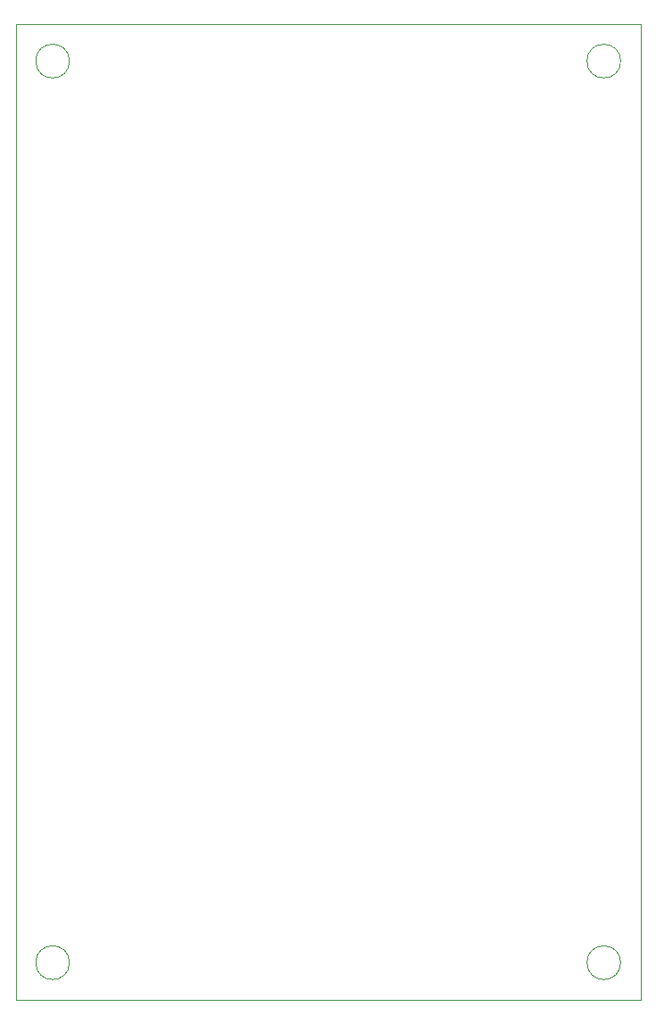
<source format=gbr>
%TF.GenerationSoftware,KiCad,Pcbnew,6.0.2*%
%TF.CreationDate,2022-02-14T22:33:10-06:00*%
%TF.ProjectId,ALTIMETER_HOLDER,414c5449-4d45-4544-9552-5f484f4c4445,rev?*%
%TF.SameCoordinates,Original*%
%TF.FileFunction,Profile,NP*%
%FSLAX46Y46*%
G04 Gerber Fmt 4.6, Leading zero omitted, Abs format (unit mm)*
G04 Created by KiCad (PCBNEW 6.0.2) date 2022-02-14 22:33:10*
%MOMM*%
%LPD*%
G01*
G04 APERTURE LIST*
%TA.AperFunction,Profile*%
%ADD10C,0.010000*%
%TD*%
G04 APERTURE END LIST*
D10*
X5100000Y-3500000D02*
G75*
G03*
X5100000Y-3500000I-1600000J0D01*
G01*
X0Y0D02*
X59290000Y0D01*
X59290000Y0D02*
X59290000Y-92500000D01*
X59290000Y-92500000D02*
X0Y-92500000D01*
X0Y-92500000D02*
X0Y0D01*
X57390000Y-3500000D02*
G75*
G03*
X57390000Y-3500000I-1600000J0D01*
G01*
X5100000Y-89000000D02*
G75*
G03*
X5100000Y-89000000I-1600000J0D01*
G01*
X57390000Y-89000000D02*
G75*
G03*
X57390000Y-89000000I-1600000J0D01*
G01*
M02*

</source>
